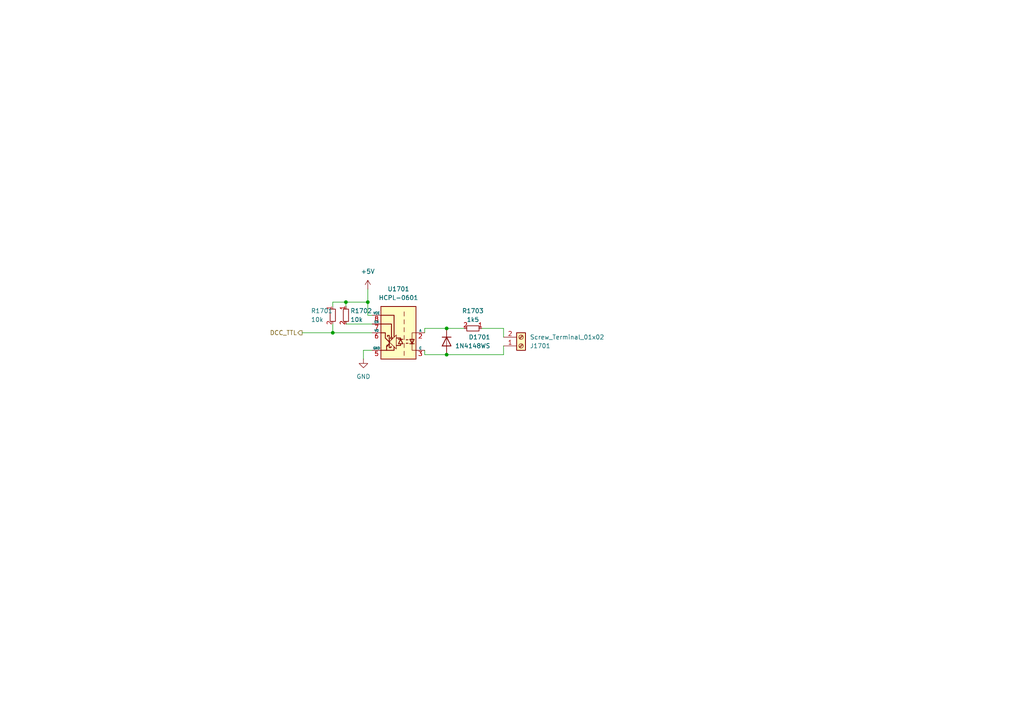
<source format=kicad_sch>
(kicad_sch (version 20231120) (generator "eeschema") (generator_version "8.0")
  (paper "A4")
  (lib_symbols
    (symbol "Connector:Screw_Terminal_01x02" (pin_names (offset 1.016) hide)
      (property "Reference" "J" (at 0 2.54 0))
      (property "Value" "Screw_Terminal_01x02" (at 0 -5.08 0))
      (symbol "Screw_Terminal_01x02_1_1"
        (rectangle (start -1.27 1.27) (end 1.27 -3.81) (stroke (width 0.254)) (fill (type background)))
        (circle (center 0 -2.54) (radius 0.635) (stroke (width 0.1524)))
        (polyline (pts (xy -0.5334 -2.2098) (xy 0.3302 -3.048)) (stroke (width 0.1524)))
        (polyline (pts (xy -0.5334 0.3302) (xy 0.3302 -0.508)) (stroke (width 0.1524)))
        (polyline (pts (xy -0.3556 -2.032) (xy 0.508 -2.8702)) (stroke (width 0.1524)))
        (polyline (pts (xy -0.3556 0.508) (xy 0.508 -0.3302)) (stroke (width 0.1524)))
        (circle (center 0 0) (radius 0.635) (stroke (width 0.1524)))
        (pin passive line (at -5.08 0 0) (length 3.81) (name "Pin_1") (number "1"))
        (pin passive line (at -5.08 -2.54 0) (length 3.81) (name "Pin_2") (number "2"))
      )
    )
    (symbol "Isolator:HCPL-0601" (pin_names (offset 0))
      (property "Reference" "U" (at -4.064 8.89 0))
      (property "Value" "HCPL-0601" (at 0.254 -9.144 0))
      (symbol "HCPL-0601_0_1"
        (polyline (pts (xy 2.667 -3.556) (xy 2.667 -1.651)) (stroke (width 0.254)))
        (polyline (pts (xy 2.667 -2.159) (xy 2.667 -2.921)) (stroke (width 0.254)))
        (polyline (pts (xy 3.429 -3.937) (xy 3.429 -5.08)) (stroke (width 0.254)))
        (polyline (pts (xy -0.635 -3.302) (xy -0.635 -3.683) (xy 0.635 -3.683)) (stroke (width 0.254)))
        (polyline (pts (xy -0.635 -1.905) (xy -0.635 -1.524) (xy 0.508 -1.524)) (stroke (width 0.254)))
        (polyline (pts (xy 1.27 -4.064) (xy 1.27 -5.08) (xy 5.08 -5.08)) (stroke (width 0.254)))
        (polyline (pts (xy 1.27 -1.27) (xy 1.27 5.08) (xy 5.08 5.08)) (stroke (width 0.254)))
        (polyline (pts (xy 2.032 -1.27) (xy 2.032 2.54) (xy 5.08 2.54)) (stroke (width 0.254)))
        (polyline (pts (xy -5.08 -5.08) (xy -3.937 -5.08) (xy -3.937 0) (xy -5.08 0)))
        (polyline (pts (xy 2.667 -3.302) (xy 2.667 -4.318) (xy 2.159 -4.318) (xy 2.159 -3.937)) (stroke (width 0.254)))
        (polyline (pts (xy 2.667 -2.667) (xy 0.635 -4.699) (xy 0.635 -0.635) (xy 2.667 -2.667)))
        (polyline (pts (xy 2.667 -1.778) (xy 2.667 -0.762) (xy 3.175 -0.762) (xy 3.175 -1.143)) (stroke (width 0.254)))
        (polyline (pts (xy 2.794 -2.54) (xy 3.81 -1.524) (xy 3.81 0) (xy 5.08 0)) (stroke (width 0.254)))
        (polyline (pts (xy 2.667 -3.175) (xy 3.429 -3.937) (xy 3.302 -3.556) (xy 3.048 -3.81) (xy 3.429 -3.937)) (stroke (width 0.254)))
        (circle (center 2.032 -1.524) (radius 0.254) (stroke (width 0.254)))
      )
      (symbol "HCPL-0601_1_1"
        (rectangle (start -5.08 7.62) (end 5.08 -7.62) (stroke (width 0.254)) (fill (type background)))
        (polyline (pts (xy -4.572 -3.175) (xy -3.302 -3.175)) (stroke (width 0.254)))
        (polyline (pts (xy -1.651 -5.334) (xy -1.651 -6.604)))
        (polyline (pts (xy -1.651 -3.048) (xy -1.651 -4.318)))
        (polyline (pts (xy -1.651 -0.762) (xy -1.651 -2.032)))
        (polyline (pts (xy -1.651 1.524) (xy -1.651 0.254)))
        (polyline (pts (xy -1.651 3.81) (xy -1.651 2.54)))
        (polyline (pts (xy -1.651 6.096) (xy -1.651 4.826)))
        (polyline (pts (xy -1.27 -1.905) (xy 0 -1.905)) (stroke (width 0.254)))
        (polyline (pts (xy -3.937 -3.175) (xy -4.572 -1.905) (xy -3.302 -1.905) (xy -3.937 -3.175)) (stroke (width 0.254)))
        (polyline (pts (xy -0.635 -1.905) (xy -1.27 -3.175) (xy 0 -3.175) (xy -0.635 -1.905)) (stroke (width 0.254)))
        (polyline (pts (xy -2.921 -3.048) (xy -2.159 -3.048) (xy -2.54 -3.175) (xy -2.54 -2.921) (xy -2.159 -3.048)) (stroke (width 0.127)))
        (polyline (pts (xy -2.921 -2.032) (xy -2.159 -2.032) (xy -2.54 -2.159) (xy -2.54 -1.905) (xy -2.159 -2.032)) (stroke (width 0.127)))
        (pin no_connect line (at -5.08 5.08 0) (length 2.54) hide (name "NC") (number "1"))
        (pin passive line (at -7.62 0 0) (length 2.54) (name "A") (number "2"))
        (pin passive line (at -7.62 -5.08 0) (length 2.54) (name "C") (number "3"))
        (pin power_in line (at 7.62 -5.08 180) (length 2.54) (name "GND") (number "5"))
        (pin open_collector line (at 7.62 0 180) (length 2.54) (name "VO") (number "6"))
        (pin input line (at 7.62 2.54 180) (length 2.54) (name "EN") (number "7"))
        (pin power_in line (at 7.62 5.08 180) (length 2.54) (name "VCC") (number "8"))
      )
    )
    (symbol "custom_kicad_lib_sk:1N4148WS" (pin_numbers hide) (pin_names hide)
      (property "Reference" "D" (at 0 2.54 0))
      (property "Value" "1N4148WS" (at 0 -2.54 0))
      (symbol "1N4148WS_0_1"
        (polyline (pts (xy -1.27 1.27) (xy -1.27 -1.27)) (stroke (width 0.254)))
        (polyline (pts (xy 1.27 0) (xy -1.27 0)))
        (polyline (pts (xy 1.27 1.27) (xy 1.27 -1.27) (xy -1.27 0) (xy 1.27 1.27)) (stroke (width 0.254)))
      )
      (symbol "1N4148WS_1_1"
        (pin passive line (at -3.81 0 0) (length 2.54) (name "K") (number "1"))
        (pin passive line (at 3.81 0 180) (length 2.54) (name "A") (number "2"))
      )
    )
    (symbol "power:+5V" (power) (pin_numbers hide) (pin_names (offset 0) hide)
      (property "Value" "+5V" (at 0 3.556 0))
      (symbol "+5V_0_1"
        (polyline (pts (xy -0.762 1.27) (xy 0 2.54)))
        (polyline (pts (xy 0 0) (xy 0 2.54)))
        (polyline (pts (xy 0 2.54) (xy 0.762 1.27)))
      )
      (symbol "+5V_1_1"
        (pin power_in line (at 0 0 90) (length 0) (name "~") (number "1"))
      )
    )
    (symbol "power:GND" (power) (pin_numbers hide) (pin_names (offset 0) hide)
      (property "Value" "GND" (at 0 -3.81 0))
      (symbol "GND_0_1"
        (polyline (pts (xy 0 0) (xy 0 -1.27) (xy 1.27 -1.27) (xy 0 -2.54) (xy -1.27 -1.27) (xy 0 -1.27)))
      )
      (symbol "GND_1_1"
        (pin power_in line (at 0 0 270) (length 0) (name "~") (number "1"))
      )
    )
    (symbol "resistors_0603:R_10k_0603"
      (property "Reference" "R" (at 1.27 2.54 0))
      (property "Value" "10k" (at 2.54 -2.54 0))
      (symbol "R_10k_0603_0_1"
        (rectangle (start -0.762 1.778) (end 0.762 -1.778) (stroke (width 0.2032)))
      )
      (symbol "R_10k_0603_1_1"
        (pin passive line (at 0 2.54 270) (length 0.762) (name "~") (number "1"))
        (pin passive line (at 0 -2.54 90) (length 0.762) (name "~") (number "2"))
      )
    )
    (symbol "resistors_0603:R_1k5_0603"
      (property "Reference" "R" (at 1.27 2.54 0))
      (property "Value" "1k5" (at 2.54 -2.54 0))
      (symbol "R_1k5_0603_0_1"
        (rectangle (start -0.762 1.778) (end 0.762 -1.778) (stroke (width 0.2032)))
      )
      (symbol "R_1k5_0603_1_1"
        (pin passive line (at 0 2.54 270) (length 0.762) (name "~") (number "1"))
        (pin passive line (at 0 -2.54 90) (length 0.762) (name "~") (number "2"))
      )
    )
  )
  (junction (at 129.54 102.87))
  (junction (at 129.54 95.25))
  (junction (at 96.52 96.52))
  (junction (at 100.33 87.63))
  (junction (at 106.68 87.63))
  (wire (pts (xy 100.33 87.63) (xy 100.33 88.9)))
  (wire (pts (xy 123.19 95.25) (xy 123.19 96.52)))
  (wire (pts (xy 106.68 91.44) (xy 107.95 91.44)))
  (wire (pts (xy 100.33 87.63) (xy 106.68 87.63)))
  (wire (pts (xy 106.68 87.63) (xy 106.68 91.44)))
  (wire (pts (xy 96.52 96.52) (xy 96.52 93.98)))
  (wire (pts (xy 105.41 101.6) (xy 107.95 101.6)))
  (wire (pts (xy 123.19 101.6) (xy 123.19 102.87)))
  (wire (pts (xy 129.54 102.87) (xy 123.19 102.87)))
  (wire (pts (xy 105.41 104.14) (xy 105.41 101.6)))
  (wire (pts (xy 106.68 83.82) (xy 106.68 87.63)))
  (wire (pts (xy 107.95 96.52) (xy 96.52 96.52)))
  (wire (pts (xy 96.52 87.63) (xy 100.33 87.63)))
  (wire (pts (xy 146.05 97.79) (xy 146.05 95.25)))
  (wire (pts (xy 87.63 96.52) (xy 96.52 96.52)))
  (wire (pts (xy 129.54 95.25) (xy 123.19 95.25)))
  (wire (pts (xy 139.7 95.25) (xy 146.05 95.25)))
  (wire (pts (xy 134.62 95.25) (xy 129.54 95.25)))
  (wire (pts (xy 100.33 93.98) (xy 107.95 93.98)))
  (wire (pts (xy 146.05 100.33) (xy 146.05 102.87)))
  (wire (pts (xy 96.52 87.63) (xy 96.52 88.9)))
  (wire (pts (xy 129.54 102.87) (xy 146.05 102.87)))
  (hierarchical_label "DCC_TTL" (shape output) (at 87.63 96.52 180))
  (symbol (lib_id "power:GND") (at 105.41 104.14 0) (unit 1)
    (property "Reference" "#PWR01701" (effects (hide yes)))
    (property "Value" "GND" (at 105.41 109.22 0))
    (property "Description" "Power symbol creates a global label with name \"GND\" , ground" (effects (hide yes)))
  )
  (symbol (lib_id "custom_kicad_lib_sk:1N4148WS") (at 129.54 99.06 90) (mirror x) (unit 1)
    (property "Reference" "D1701" (at 142.24 97.79 90) (effects (justify left)))
    (property "Value" "1N4148WS" (at 142.24 100.33 90) (effects (justify left)))
    (property "Footprint" "Diode_SMD:D_SOD-323" (effects (hide yes)))
    (property "Datasheet" "https://www.vishay.com/docs/85751/1n4148ws.pdf" (effects (hide yes)))
    (property "Description" "75V 0.15A Fast switching Diode, SOD-323" (effects (hide yes)))
    (property "Sim.Device" "D" (effects (hide yes)))
    (property "Sim.Pins" "1=K 2=A" (effects (hide yes)))
    (property "JLCPCB Part#" "C2128" (effects (hide yes)))
  )
  (symbol (lib_id "power:+5V") (at 106.68 83.82 0) (unit 1)
    (property "Reference" "#PWR01702" (effects (hide yes)))
    (property "Value" "+5V" (at 106.68 78.74 0))
    (property "Description" "Power symbol creates a global label with name \"+5V\"" (effects (hide yes)))
  )
  (symbol (lib_id "Isolator:HCPL-0601") (at 115.57 96.52 0) (mirror y) (unit 1)
    (property "Reference" "U1701" (at 115.57 83.82 0))
    (property "Value" "HCPL-0601" (at 115.57 86.36 0))
    (property "Footprint" "Package_SO:SOIC-8_3.9x4.9mm_P1.27mm" (effects (hide yes)))
    (property "Datasheet" "https://docs.broadcom.com/docs/AV02-0940EN" (effects (hide yes)))
    (property "Description" "Single High Speed LSTTL/TTL Compatible Optocoupler with enable, dV/dt 10000/us, VCM 1000, max 7V VCC, SOIC-8" (effects (hide yes)))
    (property "JLCPCB Part#" "C45303" (effects (hide yes)))
  )
  (symbol (lib_id "resistors_0603:R_1k5_0603") (at 137.16 95.25 270) (mirror x) (unit 1)
    (property "Reference" "R1703" (at 137.16 90.17 90))
    (property "Value" "1k5" (at 137.16 92.71 90))
    (property "Footprint" "custom_kicad_lib_sk:R_0603_smalltext" (effects (hide yes)))
    (property "JLCPCB Part#" "C22843" (effects (hide yes)))
  )
  (symbol (lib_id "Connector:Screw_Terminal_01x02") (at 151.13 100.33 0) (mirror x) (unit 1)
    (property "Reference" "J1701" (at 153.67 100.3301 0) (effects (justify left)))
    (property "Value" "Screw_Terminal_01x02" (at 153.67 97.7901 0) (effects (justify left)))
    (property "Footprint" "Connector_Phoenix_MC:PhoenixContact_MC_1,5_2-G-3.5_1x02_P3.50mm_Horizontal" (effects (hide yes)))
    (property "Description" "Generic screw terminal, single row, 01x02, script generated (kicad-library-utils/schlib/autogen/connector/)" (effects (hide yes)))
    (property "JLCPCB Part#" "C880572" (effects (hide yes)))
  )
  (symbol (lib_id "resistors_0603:R_10k_0603") (at 96.52 91.44 0) (unit 1)
    (property "Reference" "R1701" (at 90.17 90.17 0) (effects (justify left)))
    (property "Value" "10k" (at 90.17 92.71 0) (effects (justify left)))
    (property "Footprint" "custom_kicad_lib_sk:R_0603_smalltext" (effects (hide yes)))
    (property "JLCPCB Part#" "C25804" (effects (hide yes)))
  )
  (symbol (lib_id "resistors_0603:R_10k_0603") (at 100.33 91.44 0) (unit 1)
    (property "Reference" "R1702" (at 101.6 90.17 0) (effects (justify left)))
    (property "Value" "10k" (at 101.6 92.71 0) (effects (justify left)))
    (property "Footprint" "custom_kicad_lib_sk:R_0603_smalltext" (effects (hide yes)))
    (property "JLCPCB Part#" "C25804" (effects (hide yes)))
  )
)
</source>
